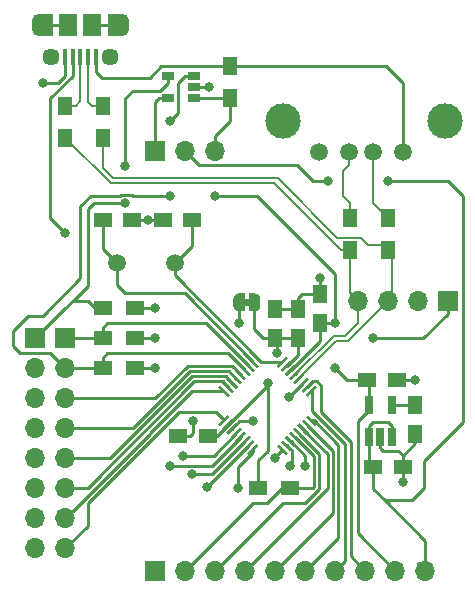
<source format=gtl>
G04 #@! TF.GenerationSoftware,KiCad,Pcbnew,5.1.5*
G04 #@! TF.CreationDate,2020-02-24T15:17:29+03:00*
G04 #@! TF.ProjectId,max3421eboard,6d617833-3432-4316-9562-6f6172642e6b,rev?*
G04 #@! TF.SameCoordinates,Original*
G04 #@! TF.FileFunction,Copper,L1,Top*
G04 #@! TF.FilePolarity,Positive*
%FSLAX46Y46*%
G04 Gerber Fmt 4.6, Leading zero omitted, Abs format (unit mm)*
G04 Created by KiCad (PCBNEW 5.1.5) date 2020-02-24 15:17:29*
%MOMM*%
%LPD*%
G04 APERTURE LIST*
%ADD10C,0.100000*%
%ADD11C,1.500000*%
%ADD12R,1.200000X1.900000*%
%ADD13O,1.200000X1.900000*%
%ADD14R,1.500000X1.900000*%
%ADD15C,1.450000*%
%ADD16R,0.400000X1.350000*%
%ADD17R,1.250000X1.500000*%
%ADD18R,1.300000X1.500000*%
%ADD19C,3.000000*%
%ADD20R,1.500000X1.250000*%
%ADD21R,1.700000X1.700000*%
%ADD22O,1.700000X1.700000*%
%ADD23R,0.650000X1.560000*%
%ADD24R,1.500000X1.300000*%
%ADD25R,1.060000X0.650000*%
%ADD26C,0.800000*%
%ADD27C,0.250000*%
%ADD28C,0.200000*%
G04 APERTURE END LIST*
D10*
G36*
X39112000Y-71582000D02*
G01*
X38612000Y-71582000D01*
X38612000Y-72182000D01*
X39112000Y-72182000D01*
X39112000Y-71582000D01*
G37*
D11*
X27886000Y-68580000D03*
X32766000Y-68580000D03*
D12*
X27665000Y-48419500D03*
X21865000Y-48419500D03*
D13*
X21265000Y-48419500D03*
X28265000Y-48419500D03*
D14*
X25765000Y-48419500D03*
D15*
X22265000Y-51119500D03*
D16*
X24765000Y-51119500D03*
X24115000Y-51119500D03*
X23465000Y-51119500D03*
X26065000Y-51119500D03*
X25415000Y-51119500D03*
D15*
X27265000Y-51119500D03*
D14*
X23765000Y-48419500D03*
D17*
X41275000Y-74910000D03*
X41275000Y-72410000D03*
G04 #@! TA.AperFunction,SMDPad,CuDef*
D10*
G36*
X37241998Y-79901477D02*
G01*
X36433775Y-79093254D01*
X36613380Y-78913649D01*
X37421603Y-79721872D01*
X37241998Y-79901477D01*
G37*
G04 #@! TD.AperFunction*
G04 #@! TA.AperFunction,SMDPad,CuDef*
G36*
X37595552Y-79547924D02*
G01*
X36787329Y-78739701D01*
X36966934Y-78560096D01*
X37775157Y-79368319D01*
X37595552Y-79547924D01*
G37*
G04 #@! TD.AperFunction*
G04 #@! TA.AperFunction,SMDPad,CuDef*
G36*
X37949105Y-79194370D02*
G01*
X37140882Y-78386147D01*
X37320487Y-78206542D01*
X38128710Y-79014765D01*
X37949105Y-79194370D01*
G37*
G04 #@! TD.AperFunction*
G04 #@! TA.AperFunction,SMDPad,CuDef*
G36*
X38302659Y-78840817D02*
G01*
X37494436Y-78032594D01*
X37674041Y-77852989D01*
X38482264Y-78661212D01*
X38302659Y-78840817D01*
G37*
G04 #@! TD.AperFunction*
G04 #@! TA.AperFunction,SMDPad,CuDef*
G36*
X38656212Y-78487264D02*
G01*
X37847989Y-77679041D01*
X38027594Y-77499436D01*
X38835817Y-78307659D01*
X38656212Y-78487264D01*
G37*
G04 #@! TD.AperFunction*
G04 #@! TA.AperFunction,SMDPad,CuDef*
G36*
X39009765Y-78133710D02*
G01*
X38201542Y-77325487D01*
X38381147Y-77145882D01*
X39189370Y-77954105D01*
X39009765Y-78133710D01*
G37*
G04 #@! TD.AperFunction*
G04 #@! TA.AperFunction,SMDPad,CuDef*
G36*
X39363319Y-77780157D02*
G01*
X38555096Y-76971934D01*
X38734701Y-76792329D01*
X39542924Y-77600552D01*
X39363319Y-77780157D01*
G37*
G04 #@! TD.AperFunction*
G04 #@! TA.AperFunction,SMDPad,CuDef*
G36*
X39716872Y-77426603D02*
G01*
X38908649Y-76618380D01*
X39088254Y-76438775D01*
X39896477Y-77246998D01*
X39716872Y-77426603D01*
G37*
G04 #@! TD.AperFunction*
G04 #@! TA.AperFunction,SMDPad,CuDef*
G36*
X41563128Y-77426603D02*
G01*
X41383523Y-77246998D01*
X42191746Y-76438775D01*
X42371351Y-76618380D01*
X41563128Y-77426603D01*
G37*
G04 #@! TD.AperFunction*
G04 #@! TA.AperFunction,SMDPad,CuDef*
G36*
X41916681Y-77780157D02*
G01*
X41737076Y-77600552D01*
X42545299Y-76792329D01*
X42724904Y-76971934D01*
X41916681Y-77780157D01*
G37*
G04 #@! TD.AperFunction*
G04 #@! TA.AperFunction,SMDPad,CuDef*
G36*
X42270235Y-78133710D02*
G01*
X42090630Y-77954105D01*
X42898853Y-77145882D01*
X43078458Y-77325487D01*
X42270235Y-78133710D01*
G37*
G04 #@! TD.AperFunction*
G04 #@! TA.AperFunction,SMDPad,CuDef*
G36*
X42623788Y-78487264D02*
G01*
X42444183Y-78307659D01*
X43252406Y-77499436D01*
X43432011Y-77679041D01*
X42623788Y-78487264D01*
G37*
G04 #@! TD.AperFunction*
G04 #@! TA.AperFunction,SMDPad,CuDef*
G36*
X42977341Y-78840817D02*
G01*
X42797736Y-78661212D01*
X43605959Y-77852989D01*
X43785564Y-78032594D01*
X42977341Y-78840817D01*
G37*
G04 #@! TD.AperFunction*
G04 #@! TA.AperFunction,SMDPad,CuDef*
G36*
X43330895Y-79194370D02*
G01*
X43151290Y-79014765D01*
X43959513Y-78206542D01*
X44139118Y-78386147D01*
X43330895Y-79194370D01*
G37*
G04 #@! TD.AperFunction*
G04 #@! TA.AperFunction,SMDPad,CuDef*
G36*
X43684448Y-79547924D02*
G01*
X43504843Y-79368319D01*
X44313066Y-78560096D01*
X44492671Y-78739701D01*
X43684448Y-79547924D01*
G37*
G04 #@! TD.AperFunction*
G04 #@! TA.AperFunction,SMDPad,CuDef*
G36*
X44038002Y-79901477D02*
G01*
X43858397Y-79721872D01*
X44666620Y-78913649D01*
X44846225Y-79093254D01*
X44038002Y-79901477D01*
G37*
G04 #@! TD.AperFunction*
G04 #@! TA.AperFunction,SMDPad,CuDef*
G36*
X44666620Y-82376351D02*
G01*
X43858397Y-81568128D01*
X44038002Y-81388523D01*
X44846225Y-82196746D01*
X44666620Y-82376351D01*
G37*
G04 #@! TD.AperFunction*
G04 #@! TA.AperFunction,SMDPad,CuDef*
G36*
X44313066Y-82729904D02*
G01*
X43504843Y-81921681D01*
X43684448Y-81742076D01*
X44492671Y-82550299D01*
X44313066Y-82729904D01*
G37*
G04 #@! TD.AperFunction*
G04 #@! TA.AperFunction,SMDPad,CuDef*
G36*
X43959513Y-83083458D02*
G01*
X43151290Y-82275235D01*
X43330895Y-82095630D01*
X44139118Y-82903853D01*
X43959513Y-83083458D01*
G37*
G04 #@! TD.AperFunction*
G04 #@! TA.AperFunction,SMDPad,CuDef*
G36*
X43605959Y-83437011D02*
G01*
X42797736Y-82628788D01*
X42977341Y-82449183D01*
X43785564Y-83257406D01*
X43605959Y-83437011D01*
G37*
G04 #@! TD.AperFunction*
G04 #@! TA.AperFunction,SMDPad,CuDef*
G36*
X43252406Y-83790564D02*
G01*
X42444183Y-82982341D01*
X42623788Y-82802736D01*
X43432011Y-83610959D01*
X43252406Y-83790564D01*
G37*
G04 #@! TD.AperFunction*
G04 #@! TA.AperFunction,SMDPad,CuDef*
G36*
X42898853Y-84144118D02*
G01*
X42090630Y-83335895D01*
X42270235Y-83156290D01*
X43078458Y-83964513D01*
X42898853Y-84144118D01*
G37*
G04 #@! TD.AperFunction*
G04 #@! TA.AperFunction,SMDPad,CuDef*
G36*
X42545299Y-84497671D02*
G01*
X41737076Y-83689448D01*
X41916681Y-83509843D01*
X42724904Y-84318066D01*
X42545299Y-84497671D01*
G37*
G04 #@! TD.AperFunction*
G04 #@! TA.AperFunction,SMDPad,CuDef*
G36*
X42191746Y-84851225D02*
G01*
X41383523Y-84043002D01*
X41563128Y-83863397D01*
X42371351Y-84671620D01*
X42191746Y-84851225D01*
G37*
G04 #@! TD.AperFunction*
G04 #@! TA.AperFunction,SMDPad,CuDef*
G36*
X39088254Y-84851225D02*
G01*
X38908649Y-84671620D01*
X39716872Y-83863397D01*
X39896477Y-84043002D01*
X39088254Y-84851225D01*
G37*
G04 #@! TD.AperFunction*
G04 #@! TA.AperFunction,SMDPad,CuDef*
G36*
X38734701Y-84497671D02*
G01*
X38555096Y-84318066D01*
X39363319Y-83509843D01*
X39542924Y-83689448D01*
X38734701Y-84497671D01*
G37*
G04 #@! TD.AperFunction*
G04 #@! TA.AperFunction,SMDPad,CuDef*
G36*
X38381147Y-84144118D02*
G01*
X38201542Y-83964513D01*
X39009765Y-83156290D01*
X39189370Y-83335895D01*
X38381147Y-84144118D01*
G37*
G04 #@! TD.AperFunction*
G04 #@! TA.AperFunction,SMDPad,CuDef*
G36*
X38027594Y-83790564D02*
G01*
X37847989Y-83610959D01*
X38656212Y-82802736D01*
X38835817Y-82982341D01*
X38027594Y-83790564D01*
G37*
G04 #@! TD.AperFunction*
G04 #@! TA.AperFunction,SMDPad,CuDef*
G36*
X37674041Y-83437011D02*
G01*
X37494436Y-83257406D01*
X38302659Y-82449183D01*
X38482264Y-82628788D01*
X37674041Y-83437011D01*
G37*
G04 #@! TD.AperFunction*
G04 #@! TA.AperFunction,SMDPad,CuDef*
G36*
X37320487Y-83083458D02*
G01*
X37140882Y-82903853D01*
X37949105Y-82095630D01*
X38128710Y-82275235D01*
X37320487Y-83083458D01*
G37*
G04 #@! TD.AperFunction*
G04 #@! TA.AperFunction,SMDPad,CuDef*
G36*
X36966934Y-82729904D02*
G01*
X36787329Y-82550299D01*
X37595552Y-81742076D01*
X37775157Y-81921681D01*
X36966934Y-82729904D01*
G37*
G04 #@! TD.AperFunction*
G04 #@! TA.AperFunction,SMDPad,CuDef*
G36*
X36613380Y-82376351D02*
G01*
X36433775Y-82196746D01*
X37241998Y-81388523D01*
X37421603Y-81568128D01*
X36613380Y-82376351D01*
G37*
G04 #@! TD.AperFunction*
D18*
X37465000Y-54610000D03*
X37465000Y-51910000D03*
D11*
X44960000Y-59185000D03*
X47500000Y-59185000D03*
X49530000Y-59185000D03*
X52070000Y-59185000D03*
D19*
X41910000Y-56515000D03*
X55630000Y-56515000D03*
D17*
X43180000Y-74910000D03*
X43180000Y-72410000D03*
D20*
X49550000Y-85852000D03*
X52050000Y-85852000D03*
D17*
X45085000Y-73660000D03*
X45085000Y-71160000D03*
D21*
X55880000Y-71755000D03*
D22*
X53340000Y-71755000D03*
X50800000Y-71755000D03*
X48260000Y-71755000D03*
D18*
X47625000Y-64770000D03*
X47625000Y-67470000D03*
X50800000Y-64770000D03*
X50800000Y-67470000D03*
D21*
X23495000Y-74930000D03*
D22*
X23495000Y-77470000D03*
X23495000Y-80010000D03*
X23495000Y-82550000D03*
X23495000Y-85090000D03*
X23495000Y-87630000D03*
X23495000Y-90170000D03*
X23495000Y-92710000D03*
D23*
X49215000Y-83265000D03*
X50165000Y-83265000D03*
X51115000Y-83265000D03*
X51115000Y-80565000D03*
X49215000Y-80565000D03*
D24*
X29370000Y-77470000D03*
X26670000Y-77470000D03*
X26670000Y-72390000D03*
X29370000Y-72390000D03*
X42545000Y-87630000D03*
X39845000Y-87630000D03*
X29370000Y-74930000D03*
X26670000Y-74930000D03*
D18*
X26670000Y-55245000D03*
X26670000Y-57945000D03*
X23495000Y-55245000D03*
X23495000Y-57945000D03*
G04 #@! TA.AperFunction,SMDPad,CuDef*
D10*
G36*
X38712000Y-72632000D02*
G01*
X38212000Y-72632000D01*
X38212000Y-72631398D01*
X38187466Y-72631398D01*
X38138635Y-72626588D01*
X38090510Y-72617016D01*
X38043555Y-72602772D01*
X37998222Y-72583995D01*
X37954949Y-72560864D01*
X37914150Y-72533604D01*
X37876221Y-72502476D01*
X37841524Y-72467779D01*
X37810396Y-72429850D01*
X37783136Y-72389051D01*
X37760005Y-72345778D01*
X37741228Y-72300445D01*
X37726984Y-72253490D01*
X37717412Y-72205365D01*
X37712602Y-72156534D01*
X37712602Y-72132000D01*
X37712000Y-72132000D01*
X37712000Y-71632000D01*
X37712602Y-71632000D01*
X37712602Y-71607466D01*
X37717412Y-71558635D01*
X37726984Y-71510510D01*
X37741228Y-71463555D01*
X37760005Y-71418222D01*
X37783136Y-71374949D01*
X37810396Y-71334150D01*
X37841524Y-71296221D01*
X37876221Y-71261524D01*
X37914150Y-71230396D01*
X37954949Y-71203136D01*
X37998222Y-71180005D01*
X38043555Y-71161228D01*
X38090510Y-71146984D01*
X38138635Y-71137412D01*
X38187466Y-71132602D01*
X38212000Y-71132602D01*
X38212000Y-71132000D01*
X38712000Y-71132000D01*
X38712000Y-72632000D01*
G37*
G04 #@! TD.AperFunction*
G04 #@! TA.AperFunction,SMDPad,CuDef*
G36*
X39512000Y-71132602D02*
G01*
X39536534Y-71132602D01*
X39585365Y-71137412D01*
X39633490Y-71146984D01*
X39680445Y-71161228D01*
X39725778Y-71180005D01*
X39769051Y-71203136D01*
X39809850Y-71230396D01*
X39847779Y-71261524D01*
X39882476Y-71296221D01*
X39913604Y-71334150D01*
X39940864Y-71374949D01*
X39963995Y-71418222D01*
X39982772Y-71463555D01*
X39997016Y-71510510D01*
X40006588Y-71558635D01*
X40011398Y-71607466D01*
X40011398Y-71632000D01*
X40012000Y-71632000D01*
X40012000Y-72132000D01*
X40011398Y-72132000D01*
X40011398Y-72156534D01*
X40006588Y-72205365D01*
X39997016Y-72253490D01*
X39982772Y-72300445D01*
X39963995Y-72345778D01*
X39940864Y-72389051D01*
X39913604Y-72429850D01*
X39882476Y-72467779D01*
X39847779Y-72502476D01*
X39809850Y-72533604D01*
X39769051Y-72560864D01*
X39725778Y-72583995D01*
X39680445Y-72602772D01*
X39633490Y-72617016D01*
X39585365Y-72626588D01*
X39536534Y-72631398D01*
X39512000Y-72631398D01*
X39512000Y-72632000D01*
X39012000Y-72632000D01*
X39012000Y-71132000D01*
X39512000Y-71132000D01*
X39512000Y-71132602D01*
G37*
G04 #@! TD.AperFunction*
D20*
X35560000Y-83185000D03*
X33060000Y-83185000D03*
X49042000Y-78486000D03*
X51542000Y-78486000D03*
D17*
X53086000Y-80538000D03*
X53086000Y-83038000D03*
D20*
X34250000Y-64897000D03*
X31750000Y-64897000D03*
X29170000Y-64897000D03*
X26670000Y-64897000D03*
D21*
X31115000Y-59055000D03*
D22*
X33655000Y-59055000D03*
X36195000Y-59055000D03*
D25*
X34417000Y-54610000D03*
X34417000Y-53660000D03*
X34417000Y-52710000D03*
X32217000Y-52710000D03*
X32217000Y-54610000D03*
D21*
X31115000Y-94615000D03*
D22*
X33655000Y-94615000D03*
X36195000Y-94615000D03*
X38735000Y-94615000D03*
X41275000Y-94615000D03*
X43815000Y-94615000D03*
X46355000Y-94615000D03*
X48895000Y-94615000D03*
X51435000Y-94615000D03*
X53975000Y-94615000D03*
D21*
X20955000Y-74930000D03*
D22*
X20955000Y-77470000D03*
X20955000Y-80010000D03*
X20955000Y-82550000D03*
X20955000Y-85090000D03*
X20955000Y-87630000D03*
X20955000Y-90170000D03*
X20955000Y-92710000D03*
D26*
X21590000Y-53340000D03*
X45085000Y-69850000D03*
X35687000Y-53657500D03*
X42440330Y-79905330D03*
X39370000Y-81915000D03*
X34290000Y-81915000D03*
X53086000Y-78486000D03*
X52070000Y-87122000D03*
X30480000Y-64897000D03*
X50800000Y-61595000D03*
X45720000Y-61595000D03*
X46355000Y-77470000D03*
X41402000Y-76200000D03*
X43815000Y-85725000D03*
X42545000Y-85725000D03*
X41275000Y-85090000D03*
X38100000Y-87630000D03*
X35491384Y-87561384D03*
X34199999Y-86450001D03*
X32385000Y-85725000D03*
X23495000Y-66040000D03*
X32385000Y-62865000D03*
X32385000Y-56515000D03*
X32385000Y-62865000D03*
X28575000Y-60325000D03*
X33420001Y-84855001D03*
X28575000Y-63500000D03*
X31115000Y-77470000D03*
X31115000Y-74930000D03*
X31115000Y-72390000D03*
X40640000Y-78740000D03*
X38227000Y-73660000D03*
X36195000Y-62865000D03*
X49530000Y-74930000D03*
X46355000Y-73660000D03*
D27*
X23465000Y-51665000D02*
X23495000Y-51435000D01*
X23465000Y-51465000D02*
X23495000Y-51435000D01*
X23465000Y-51665000D02*
X23465000Y-51465000D01*
X22860000Y-53340000D02*
X21590000Y-53340000D01*
X23465000Y-51665000D02*
X23465000Y-52735000D01*
X23465000Y-52735000D02*
X22860000Y-53340000D01*
X45085000Y-71080000D02*
X45085000Y-70955000D01*
X45085000Y-71080000D02*
X45085000Y-71120000D01*
X45065000Y-70485000D02*
X45085000Y-70505000D01*
X35684500Y-53660000D02*
X35687000Y-53657500D01*
X34417000Y-53660000D02*
X35684500Y-53660000D01*
X45085000Y-69850000D02*
X45085000Y-71160000D01*
X38241473Y-81915000D02*
X39370000Y-81915000D01*
X37566929Y-82589544D02*
X38241473Y-81915000D01*
X42440330Y-79905330D02*
X43645204Y-78700456D01*
X34060000Y-83185000D02*
X34290000Y-82955000D01*
X33060000Y-83185000D02*
X34060000Y-83185000D01*
X34290000Y-82955000D02*
X34290000Y-81915000D01*
X52050000Y-84856000D02*
X52050000Y-85852000D01*
X53086000Y-83038000D02*
X53086000Y-83820000D01*
X53086000Y-83820000D02*
X52050000Y-84856000D01*
X51542000Y-78486000D02*
X53086000Y-78486000D01*
X43180000Y-72410000D02*
X41275000Y-72410000D01*
X43180000Y-72410000D02*
X43180000Y-71501000D01*
X43521000Y-71160000D02*
X45085000Y-71160000D01*
X43180000Y-71501000D02*
X43521000Y-71160000D01*
X52070000Y-87122000D02*
X52050000Y-87102000D01*
X52050000Y-87102000D02*
X52050000Y-85852000D01*
X50419000Y-84455000D02*
X50165000Y-84201000D01*
X51689000Y-84455000D02*
X50419000Y-84455000D01*
X50165000Y-84201000D02*
X50165000Y-83265000D01*
X52050000Y-84856000D02*
X52050000Y-84816000D01*
X52050000Y-84816000D02*
X51689000Y-84455000D01*
X30480000Y-64897000D02*
X31750000Y-64897000D01*
X29170000Y-64897000D02*
X30480000Y-64897000D01*
X23765000Y-48419500D02*
X21865000Y-48419500D01*
X25765000Y-48419500D02*
X28265000Y-48419500D01*
X51142000Y-80538000D02*
X51115000Y-80565000D01*
X53086000Y-80538000D02*
X51142000Y-80538000D01*
X50800000Y-61595000D02*
X50800000Y-61595000D01*
X44450000Y-61595000D02*
X45720000Y-61595000D01*
X43085001Y-60230001D02*
X44450000Y-61595000D01*
X33655000Y-59055000D02*
X34830001Y-60230001D01*
X34830001Y-60230001D02*
X43085001Y-60230001D01*
X53340000Y-93980000D02*
X53975000Y-94615000D01*
X53975000Y-93412919D02*
X53975000Y-94615000D01*
X49215000Y-85517000D02*
X49550000Y-85852000D01*
X49215000Y-83265000D02*
X49215000Y-85517000D01*
X49215000Y-83265000D02*
X49215000Y-82357000D01*
X49215000Y-82357000D02*
X49530000Y-82042000D01*
X49530000Y-82042000D02*
X50800000Y-82042000D01*
X51115000Y-82357000D02*
X51115000Y-83265000D01*
X50800000Y-82042000D02*
X51115000Y-82357000D01*
X53975000Y-92075000D02*
X53975000Y-93412919D01*
X49550000Y-85852000D02*
X49550000Y-87650000D01*
X49550000Y-87650000D02*
X50546000Y-88646000D01*
X50546000Y-88646000D02*
X53975000Y-92075000D01*
X53848000Y-87630000D02*
X52832000Y-88646000D01*
X55880000Y-61595000D02*
X57150000Y-62865000D01*
X50800000Y-61595000D02*
X55880000Y-61595000D01*
X57150000Y-82042000D02*
X53848000Y-85344000D01*
X52832000Y-88646000D02*
X50546000Y-88646000D01*
X57150000Y-62865000D02*
X57150000Y-82042000D01*
X53848000Y-85344000D02*
X53848000Y-87630000D01*
D28*
X49530000Y-62056860D02*
X49530000Y-59185000D01*
X50800000Y-64770000D02*
X49530000Y-63500000D01*
X49530000Y-63500000D02*
X49530000Y-62056860D01*
D27*
X47500000Y-64645000D02*
X47625000Y-64770000D01*
D28*
X47625000Y-63500000D02*
X47625000Y-64770000D01*
X46990000Y-60755660D02*
X46990000Y-62865000D01*
X47500000Y-59185000D02*
X47500000Y-60245660D01*
X46990000Y-62865000D02*
X47625000Y-63500000D01*
X47500000Y-60245660D02*
X46990000Y-60755660D01*
X24395000Y-55245000D02*
X23495000Y-55245000D01*
X24765000Y-54875000D02*
X24395000Y-55245000D01*
X24765000Y-51515000D02*
X24765000Y-54875000D01*
X25770000Y-55245000D02*
X26670000Y-55245000D01*
X25415000Y-54890000D02*
X25770000Y-55245000D01*
X25415000Y-51515000D02*
X25415000Y-54890000D01*
D27*
X42230990Y-77286243D02*
X42298857Y-77286243D01*
X43180000Y-76337233D02*
X42230990Y-77286243D01*
X43180000Y-75565000D02*
X43180000Y-76337233D01*
X46355000Y-77470000D02*
X46355000Y-77470000D01*
X48260000Y-91440000D02*
X51435000Y-94615000D01*
X48260000Y-81915000D02*
X48260000Y-91440000D01*
X49215000Y-80565000D02*
X49215000Y-80960000D01*
X49215000Y-80960000D02*
X48260000Y-81915000D01*
X49215000Y-78659000D02*
X49042000Y-78486000D01*
X49215000Y-80565000D02*
X49215000Y-78659000D01*
X47371000Y-78486000D02*
X46355000Y-77470000D01*
X49042000Y-78486000D02*
X47371000Y-78486000D01*
X43180000Y-74910000D02*
X41275000Y-74910000D01*
X41275000Y-74910000D02*
X41275000Y-74930000D01*
X41402000Y-75057000D02*
X41402000Y-76200000D01*
X41275000Y-74930000D02*
X41402000Y-75057000D01*
X40239000Y-74910000D02*
X41275000Y-74910000D01*
X39512000Y-71882000D02*
X39512000Y-74183000D01*
X39512000Y-74183000D02*
X40239000Y-74910000D01*
X45171235Y-78958629D02*
X45171235Y-81193765D01*
X44801245Y-78588639D02*
X45171235Y-78958629D01*
X43998757Y-79054010D02*
X44464128Y-78588639D01*
X44464128Y-78588639D02*
X44801245Y-78588639D01*
X46990000Y-83067701D02*
X47655008Y-83732709D01*
X45171235Y-81193765D02*
X46990000Y-83012530D01*
X46990000Y-83012530D02*
X46990000Y-83067701D01*
X47655008Y-93375008D02*
X48895000Y-94615000D01*
X47655008Y-83732709D02*
X47655008Y-93375008D01*
X47204999Y-93765001D02*
X46355000Y-94615000D01*
X47204999Y-83919110D02*
X47204999Y-93765001D01*
X44352311Y-81066422D02*
X47204999Y-83919110D01*
X44352311Y-79407563D02*
X44352311Y-81066422D01*
X44664999Y-93765001D02*
X43815000Y-94615000D01*
X44531916Y-81882437D02*
X46620035Y-83970556D01*
X46620035Y-83970556D02*
X46620035Y-91809965D01*
X44352311Y-81882437D02*
X44531916Y-81882437D01*
X46620035Y-91809965D02*
X44664999Y-93765001D01*
X46170026Y-84475127D02*
X46170026Y-89719974D01*
X42124999Y-93765001D02*
X41275000Y-94615000D01*
X46170026Y-89719974D02*
X42124999Y-93765001D01*
X43998757Y-82303857D02*
X46170026Y-84475127D01*
X43998757Y-82235990D02*
X43998757Y-82303857D01*
X45720000Y-87632820D02*
X39587819Y-93765001D01*
X39584999Y-93765001D02*
X38735000Y-94615000D01*
X45720000Y-84732207D02*
X45720000Y-87632820D01*
X43645204Y-82657411D02*
X45720000Y-84732207D01*
X43645204Y-82589544D02*
X43645204Y-82657411D01*
X39587819Y-93765001D02*
X39584999Y-93765001D01*
X43291650Y-82943097D02*
X43291650Y-83010963D01*
X44990011Y-87726399D02*
X43816410Y-88900000D01*
X43291650Y-83010963D02*
X44990010Y-84709323D01*
X44990010Y-84709323D02*
X44990011Y-87726399D01*
X41910000Y-88900000D02*
X36195000Y-94615000D01*
X43816410Y-88900000D02*
X41910000Y-88900000D01*
X37587165Y-77238612D02*
X33864336Y-77238612D01*
X38341903Y-77993350D02*
X37587165Y-77238612D01*
X31092948Y-80010000D02*
X23495000Y-80010000D01*
X33864336Y-77238612D02*
X31092948Y-80010000D01*
X37330068Y-77688621D02*
X34050737Y-77688621D01*
X37988350Y-78346903D02*
X37330068Y-77688621D01*
X29189358Y-82550000D02*
X23495000Y-82550000D01*
X34050737Y-77688621D02*
X29189358Y-82550000D01*
X37072970Y-78138630D02*
X34237138Y-78138630D01*
X37634796Y-78700456D02*
X37072970Y-78138630D01*
X27285768Y-85090000D02*
X23495000Y-85090000D01*
X34237138Y-78138630D02*
X27285768Y-85090000D01*
X23495000Y-87630000D02*
X24697081Y-87630000D01*
X25400000Y-87630000D02*
X23495000Y-87630000D01*
X37281243Y-79054010D02*
X36815872Y-78588639D01*
X34423539Y-78588639D02*
X25382178Y-87630000D01*
X36815872Y-78588639D02*
X34423539Y-78588639D01*
X25382178Y-87630000D02*
X24765000Y-87630000D01*
X24130000Y-90170000D02*
X23495000Y-90170000D01*
X30664991Y-82983597D02*
X32368588Y-81280000D01*
X36927689Y-79407563D02*
X34241025Y-79407563D01*
X34241025Y-79407563D02*
X32059294Y-81589294D01*
X30664991Y-83001419D02*
X24131410Y-89535000D01*
X30664991Y-82983597D02*
X30664991Y-83001419D01*
X24130000Y-89535000D02*
X23495000Y-90170000D01*
X24131410Y-89535000D02*
X24130000Y-89535000D01*
X33094999Y-81189999D02*
X31115000Y-83169998D01*
X36235251Y-81189999D02*
X33094999Y-81189999D01*
X36927689Y-81882437D02*
X36235251Y-81189999D01*
X25400000Y-90805000D02*
X23495000Y-92710000D01*
X25400000Y-89535000D02*
X25400000Y-90805000D01*
X31115000Y-83169998D02*
X31115000Y-83187820D01*
X31115000Y-83187820D02*
X25400000Y-88902820D01*
X25400000Y-88902820D02*
X25400000Y-89535000D01*
X43815000Y-84880660D02*
X43815000Y-85725000D01*
X42584544Y-83650204D02*
X43815000Y-84880660D01*
X42696361Y-84469128D02*
X42696361Y-85573639D01*
X42230990Y-84003757D02*
X42696361Y-84469128D01*
X42696361Y-85573639D02*
X42545000Y-85725000D01*
X42545000Y-85725000D02*
X42545000Y-85725000D01*
X42545000Y-85725000D02*
X42545000Y-85725000D01*
X41877437Y-84357311D02*
X41275000Y-84959748D01*
X41275000Y-84959748D02*
X41275000Y-85090000D01*
X41275000Y-85090000D02*
X41275000Y-85090000D01*
X41275000Y-85090000D02*
X41275000Y-85090000D01*
X39402563Y-84536916D02*
X38100000Y-85839479D01*
X39402563Y-84357311D02*
X39402563Y-84536916D01*
X38100000Y-85839479D02*
X38100000Y-87630000D01*
X38100000Y-87630000D02*
X38100000Y-87630000D01*
X39049010Y-84003757D02*
X35491384Y-87561384D01*
X35491384Y-87561384D02*
X35422767Y-87630000D01*
X35895659Y-86450001D02*
X34199999Y-86450001D01*
X38695456Y-83650204D02*
X35895659Y-86450001D01*
X38341903Y-83296650D02*
X35913553Y-85725000D01*
X35913553Y-85725000D02*
X32385000Y-85725000D01*
X32385000Y-85725000D02*
X32385000Y-85725000D01*
X26670000Y-74930000D02*
X23495000Y-74930000D01*
X24115000Y-51515000D02*
X24115000Y-52440000D01*
X26670000Y-74030000D02*
X26670000Y-74930000D01*
X27040000Y-73660000D02*
X26670000Y-74030000D01*
X35422768Y-73660000D02*
X27040000Y-73660000D01*
X39049010Y-77286243D02*
X35422768Y-73660000D01*
X24115000Y-51665000D02*
X24115000Y-52740000D01*
X23495000Y-66040000D02*
X22225000Y-64770000D01*
X22235000Y-64760000D02*
X22235000Y-54620000D01*
X22225000Y-64770000D02*
X22235000Y-64760000D01*
X24115000Y-52740000D02*
X22235000Y-54620000D01*
X26670000Y-77470000D02*
X23495000Y-77470000D01*
X26670000Y-76570000D02*
X26670000Y-77470000D01*
X32385000Y-62865000D02*
X32385000Y-62865000D01*
X33072001Y-53274999D02*
X33072001Y-55827999D01*
X34417000Y-52710000D02*
X33637000Y-52710000D01*
X33637000Y-52710000D02*
X33072001Y-53274999D01*
X33072001Y-55827999D02*
X32385000Y-56515000D01*
X32385000Y-56515000D02*
X32385000Y-56515000D01*
X32385000Y-62865000D02*
X32385000Y-62865000D01*
X26670000Y-76570000D02*
X27040000Y-76200000D01*
X37255660Y-76200000D02*
X38695456Y-77639796D01*
X27040000Y-76200000D02*
X37255660Y-76200000D01*
X29210000Y-62865000D02*
X32385000Y-62865000D01*
X28226999Y-62774999D02*
X29119999Y-62774999D01*
X19050000Y-75565000D02*
X19050000Y-74295000D01*
X24765000Y-69850000D02*
X24765000Y-63754000D01*
X19685000Y-76200000D02*
X19050000Y-75565000D01*
X23495000Y-77470000D02*
X22225000Y-76200000D01*
X19050000Y-74295000D02*
X20320000Y-73025000D01*
X21590000Y-73025000D02*
X24765000Y-69850000D01*
X22225000Y-76200000D02*
X19685000Y-76200000D01*
X20320000Y-73025000D02*
X21590000Y-73025000D01*
X24765000Y-63754000D02*
X25654000Y-62865000D01*
X25654000Y-62865000D02*
X28136998Y-62865000D01*
X29119999Y-62774999D02*
X29210000Y-62865000D01*
X28136998Y-62865000D02*
X28226999Y-62774999D01*
X32217000Y-53285000D02*
X31527000Y-53975000D01*
X32217000Y-52710000D02*
X32217000Y-53285000D01*
X31527000Y-53975000D02*
X29210000Y-53975000D01*
X29210000Y-53975000D02*
X28575000Y-54610000D01*
X28575000Y-54610000D02*
X28575000Y-60325000D01*
X28575000Y-60325000D02*
X28575000Y-60325000D01*
X37988350Y-82943097D02*
X37522979Y-83408468D01*
X36076446Y-84855001D02*
X33420001Y-84855001D01*
X37988350Y-82943097D02*
X36076446Y-84855001D01*
X33420001Y-84855001D02*
X33420001Y-84855001D01*
X25400000Y-71755000D02*
X26035000Y-72390000D01*
X20955000Y-74930000D02*
X23495000Y-72390000D01*
X25400000Y-71755000D02*
X24130000Y-71755000D01*
X23495000Y-72390000D02*
X24130000Y-71755000D01*
X25908000Y-63500000D02*
X28575000Y-63500000D01*
X24130000Y-71755000D02*
X25400000Y-70485000D01*
X25400000Y-64008000D02*
X25908000Y-63500000D01*
X25400000Y-70485000D02*
X25400000Y-64008000D01*
X29370000Y-74930000D02*
X29845000Y-74930000D01*
X29845000Y-74930000D02*
X31115000Y-74930000D01*
X31115000Y-74930000D02*
X31115000Y-74930000D01*
X29370000Y-72390000D02*
X31115000Y-72390000D01*
X37281123Y-82235990D02*
X37280146Y-82235013D01*
X37281243Y-82235990D02*
X37281123Y-82235990D01*
X37281243Y-82235990D02*
X39121117Y-80396117D01*
X39121117Y-80396117D02*
X40640000Y-78877233D01*
X37281243Y-82235990D02*
X37746613Y-81770620D01*
X40640000Y-78877233D02*
X40640000Y-78877233D01*
X40640000Y-84455000D02*
X40640000Y-78740000D01*
X39845000Y-87630000D02*
X39845000Y-85250000D01*
X39845000Y-85250000D02*
X40640000Y-84455000D01*
X36332233Y-83185000D02*
X35560000Y-83185000D01*
X37281243Y-82235990D02*
X36332233Y-83185000D01*
X29370000Y-77470000D02*
X31115000Y-77470000D01*
X38212000Y-71882000D02*
X38212000Y-73645000D01*
X38212000Y-73645000D02*
X38227000Y-73660000D01*
D28*
X47625000Y-67470000D02*
X47625000Y-71120000D01*
D27*
X42938097Y-77993350D02*
X43005963Y-77993350D01*
X47625000Y-71120000D02*
X48260000Y-71755000D01*
D28*
X42973451Y-77993350D02*
X42938097Y-77993350D01*
X48260000Y-73658603D02*
X47213603Y-74705000D01*
X48260000Y-71755000D02*
X48260000Y-73658603D01*
X47213603Y-74705000D02*
X46261801Y-74705000D01*
X46261801Y-74705000D02*
X42973451Y-77993350D01*
X46831800Y-67470000D02*
X47175000Y-67470000D01*
X41181800Y-61820000D02*
X46831800Y-67470000D01*
X23495000Y-57945000D02*
X27370000Y-61820000D01*
X47175000Y-67470000D02*
X47625000Y-67470000D01*
X27370000Y-61820000D02*
X41181800Y-61820000D01*
D27*
X26670000Y-57945000D02*
X26670000Y-57785000D01*
D28*
X51181000Y-67470000D02*
X50731000Y-67020000D01*
D27*
X51181000Y-71374000D02*
X50800000Y-71755000D01*
D28*
X51181000Y-67470000D02*
X51181000Y-71374000D01*
X46448199Y-75155000D02*
X43291650Y-78311549D01*
X43291650Y-78311549D02*
X43291650Y-78346903D01*
X50800000Y-71755000D02*
X47400000Y-75155000D01*
X47400000Y-75155000D02*
X46448199Y-75155000D01*
X50350000Y-67020000D02*
X50800000Y-67470000D01*
X49115002Y-67020000D02*
X50350000Y-67020000D01*
X48515001Y-66419999D02*
X49115002Y-67020000D01*
X46734999Y-66419999D02*
X48515001Y-66419999D01*
X41476024Y-61370000D02*
X46527024Y-66421000D01*
X27556397Y-61370000D02*
X41476024Y-61370000D01*
X46527024Y-66421000D02*
X46733998Y-66421000D01*
X26670000Y-57945000D02*
X26670000Y-60483603D01*
X26670000Y-60483603D02*
X27556397Y-61370000D01*
D27*
X38869326Y-76467319D02*
X39402563Y-76932689D01*
X27880000Y-70425000D02*
X28575000Y-71120000D01*
X33589874Y-71120000D02*
X39402563Y-76932689D01*
X28575000Y-71120000D02*
X33589874Y-71120000D01*
X27886000Y-70419000D02*
X27886000Y-68580000D01*
X27880000Y-70425000D02*
X27886000Y-70419000D01*
X27886000Y-68580000D02*
X26670000Y-67364000D01*
X26670000Y-67364000D02*
X26670000Y-64897000D01*
X32766000Y-69596000D02*
X32766000Y-68580000D01*
X41877437Y-76932689D02*
X40102689Y-76932689D01*
X40102689Y-76932689D02*
X32766000Y-69596000D01*
X34250000Y-67096000D02*
X34250000Y-64897000D01*
X32766000Y-68580000D02*
X34250000Y-67096000D01*
X42584544Y-77639796D02*
X45085000Y-75139340D01*
X39370000Y-62865000D02*
X39370000Y-62865000D01*
X34417000Y-54610000D02*
X37465000Y-54610000D01*
X36195000Y-59055000D02*
X36195000Y-57785000D01*
X37465000Y-56515000D02*
X37465000Y-54610000D01*
X36195000Y-57785000D02*
X37465000Y-56515000D01*
X45085000Y-75139340D02*
X45085000Y-73660000D01*
X55880000Y-72855000D02*
X55880000Y-71755000D01*
X49530000Y-74930000D02*
X53805000Y-74930000D01*
X53805000Y-74930000D02*
X55880000Y-72855000D01*
X46355000Y-73660000D02*
X45085000Y-73660000D01*
X39751000Y-62865000D02*
X36195000Y-62865000D01*
X46355000Y-73660000D02*
X46355000Y-69469000D01*
X46355000Y-69469000D02*
X39751000Y-62865000D01*
X44540001Y-84898554D02*
X44540001Y-87539999D01*
X42938097Y-83296650D02*
X44540001Y-84898554D01*
X44450000Y-87630000D02*
X41910000Y-87630000D01*
X44540001Y-87539999D02*
X44450000Y-87630000D01*
X41810000Y-87630000D02*
X41910000Y-87630000D01*
X40540000Y-88900000D02*
X41810000Y-87630000D01*
X39370000Y-88900000D02*
X40540000Y-88900000D01*
X33655000Y-94615000D02*
X39370000Y-88900000D01*
X26065000Y-51515000D02*
X26065000Y-51990000D01*
X37465000Y-51910000D02*
X50640000Y-51910000D01*
X52070000Y-53340000D02*
X52070000Y-59185000D01*
X50640000Y-51910000D02*
X52070000Y-53340000D01*
X36565000Y-51910000D02*
X37465000Y-51910000D01*
X26065000Y-52354000D02*
X26571010Y-52860010D01*
X30626988Y-52860010D02*
X31576998Y-51910000D01*
X26065000Y-51665000D02*
X26065000Y-52354000D01*
X26571010Y-52860010D02*
X30626988Y-52860010D01*
X31576998Y-51910000D02*
X36565000Y-51910000D01*
X31437000Y-54610000D02*
X32217000Y-54610000D01*
X31115000Y-54932000D02*
X31437000Y-54610000D01*
X31115000Y-59055000D02*
X31115000Y-54932000D01*
M02*

</source>
